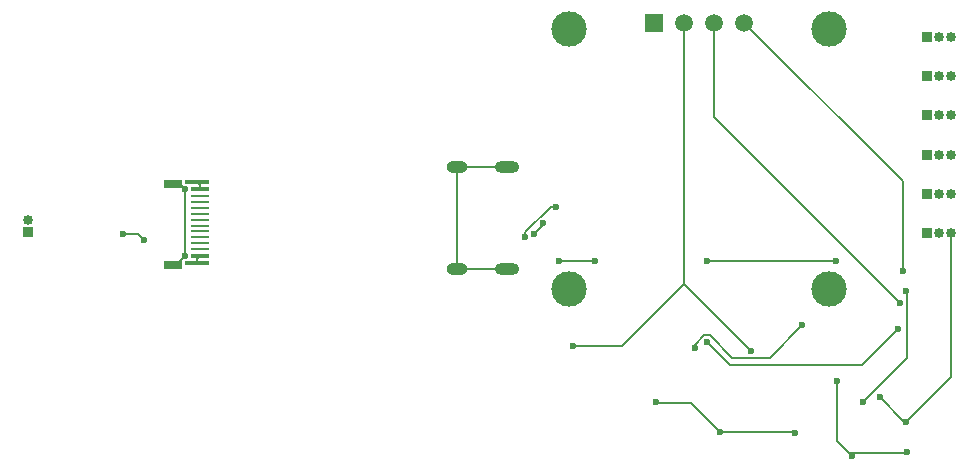
<source format=gbr>
%TF.GenerationSoftware,KiCad,Pcbnew,9.0.3*%
%TF.CreationDate,2025-07-28T19:10:52+02:00*%
%TF.ProjectId,hermes,6865726d-6573-42e6-9b69-6361645f7063,rev?*%
%TF.SameCoordinates,Original*%
%TF.FileFunction,Copper,L2,Bot*%
%TF.FilePolarity,Positive*%
%FSLAX46Y46*%
G04 Gerber Fmt 4.6, Leading zero omitted, Abs format (unit mm)*
G04 Created by KiCad (PCBNEW 9.0.3) date 2025-07-28 19:10:52*
%MOMM*%
%LPD*%
G01*
G04 APERTURE LIST*
%TA.AperFunction,ComponentPad*%
%ADD10R,1.508000X1.508000*%
%TD*%
%TA.AperFunction,ComponentPad*%
%ADD11C,1.508000*%
%TD*%
%TA.AperFunction,ComponentPad*%
%ADD12C,3.000000*%
%TD*%
%TA.AperFunction,ComponentPad*%
%ADD13R,0.850000X0.850000*%
%TD*%
%TA.AperFunction,ComponentPad*%
%ADD14C,0.850000*%
%TD*%
%TA.AperFunction,HeatsinkPad*%
%ADD15O,2.100000X1.000000*%
%TD*%
%TA.AperFunction,HeatsinkPad*%
%ADD16O,1.800000X1.000000*%
%TD*%
%TA.AperFunction,SMDPad,CuDef*%
%ADD17R,1.550000X0.410000*%
%TD*%
%TA.AperFunction,SMDPad,CuDef*%
%ADD18R,1.550000X0.260000*%
%TD*%
%TA.AperFunction,SMDPad,CuDef*%
%ADD19R,1.500000X0.800000*%
%TD*%
%TA.AperFunction,SMDPad,CuDef*%
%ADD20R,2.050000X0.360000*%
%TD*%
%TA.AperFunction,SMDPad,CuDef*%
%ADD21R,1.500000X0.700000*%
%TD*%
%TA.AperFunction,ViaPad*%
%ADD22C,0.600000*%
%TD*%
%TA.AperFunction,Conductor*%
%ADD23C,0.150000*%
%TD*%
G04 APERTURE END LIST*
D10*
%TO.P,U3,1,GND*%
%TO.N,GND*%
X159080000Y-89152500D03*
D11*
%TO.P,U3,2,VCC_IN*%
%TO.N,3V3*%
X161620000Y-89152500D03*
%TO.P,U3,3,SCL*%
%TO.N,SCL*%
X164160000Y-89152500D03*
%TO.P,U3,4,SDA*%
%TO.N,SDA*%
X166700000Y-89152500D03*
D12*
%TO.P,U3,S1*%
%TO.N,N/C*%
X151890000Y-89652500D03*
%TO.P,U3,S2*%
X173890000Y-89652500D03*
%TO.P,U3,S3*%
X173890000Y-111652500D03*
%TO.P,U3,S4*%
X151890000Y-111652500D03*
%TD*%
D13*
%TO.P,PWM6,1,Pin_1*%
%TO.N,PWM6*%
X182180000Y-90340000D03*
D14*
%TO.P,PWM6,2,Pin_2*%
%TO.N,5V*%
X183180000Y-90340000D03*
%TO.P,PWM6,3,Pin_3*%
%TO.N,GND*%
X184180000Y-90340000D03*
%TD*%
D13*
%TO.P,PWM5,1,Pin_1*%
%TO.N,PWM5*%
X182180000Y-93670000D03*
D14*
%TO.P,PWM5,2,Pin_2*%
%TO.N,5V*%
X183180000Y-93670000D03*
%TO.P,PWM5,3,Pin_3*%
%TO.N,GND*%
X184180000Y-93670000D03*
%TD*%
D13*
%TO.P,PWM4,1,Pin_1*%
%TO.N,PWM4*%
X182180000Y-97000000D03*
D14*
%TO.P,PWM4,2,Pin_2*%
%TO.N,5V*%
X183180000Y-97000000D03*
%TO.P,PWM4,3,Pin_3*%
%TO.N,GND*%
X184180000Y-97000000D03*
%TD*%
D13*
%TO.P,PWM1,1,Pin_1*%
%TO.N,PWM1*%
X182180000Y-106990000D03*
D14*
%TO.P,PWM1,2,Pin_2*%
%TO.N,5V*%
X183180000Y-106990000D03*
%TO.P,PWM1,3,Pin_3*%
%TO.N,GND*%
X184180000Y-106990000D03*
%TD*%
D13*
%TO.P,PWM3,1,Pin_1*%
%TO.N,PWM3*%
X182180000Y-100330000D03*
D14*
%TO.P,PWM3,2,Pin_2*%
%TO.N,5V*%
X183180000Y-100330000D03*
%TO.P,PWM3,3,Pin_3*%
%TO.N,GND*%
X184180000Y-100330000D03*
%TD*%
D15*
%TO.P,J1,S1,SHIELD*%
%TO.N,GND*%
X146585000Y-101350000D03*
D16*
X142405000Y-101350000D03*
D15*
X146585000Y-109990000D03*
D16*
X142405000Y-109990000D03*
%TD*%
D13*
%TO.P,PWM2,1,Pin_1*%
%TO.N,PWM2*%
X182180000Y-103660000D03*
D14*
%TO.P,PWM2,2,Pin_2*%
%TO.N,5V*%
X183180000Y-103660000D03*
%TO.P,PWM2,3,Pin_3*%
%TO.N,GND*%
X184180000Y-103660000D03*
%TD*%
%TO.P,12VBattery1,2,Pin_2*%
%TO.N,GND*%
X106090000Y-105860000D03*
D13*
%TO.P,12VBattery1,1,Pin_1*%
%TO.N,12V*%
X106090000Y-106860000D03*
%TD*%
D17*
%TO.P,P1,B1,GND*%
%TO.N,GND*%
X120647517Y-108895452D03*
D18*
%TO.P,P1,B2*%
%TO.N,N/C*%
X120647517Y-108320452D03*
%TO.P,P1,B3*%
X120647517Y-107820452D03*
%TO.P,P1,B4,VBUS*%
%TO.N,VBUS*%
X120647517Y-107320452D03*
%TO.P,P1,B5,VCONN*%
%TO.N,unconnected-(P1-VCONN-PadB5)*%
X120647517Y-106820452D03*
%TO.P,P1,B6*%
%TO.N,N/C*%
X120647517Y-106320452D03*
%TO.P,P1,B7*%
X120647517Y-105820452D03*
%TO.P,P1,B8*%
X120647517Y-105320452D03*
%TO.P,P1,B9,VBUS*%
%TO.N,VBUS*%
X120647517Y-104820452D03*
%TO.P,P1,B10*%
%TO.N,N/C*%
X120647517Y-104320452D03*
%TO.P,P1,B11*%
X120647517Y-103820452D03*
D17*
%TO.P,P1,B12,GND*%
%TO.N,GND*%
X120647517Y-103245452D03*
D19*
%TO.P,P1,S1,SHIELD*%
X118327517Y-109695452D03*
D20*
X120397517Y-109475452D03*
D21*
X118327517Y-102800452D03*
D20*
X120397517Y-102665452D03*
%TD*%
D22*
%TO.N,Net-(J1-CC2)*%
X148140397Y-107311007D03*
X150730000Y-104720000D03*
%TO.N,5V*%
X174470000Y-109350000D03*
%TO.N,3V3*%
X175840000Y-125850000D03*
%TO.N,5V*%
X154060000Y-109340000D03*
%TO.N,Net-(U5-GPIO7)*%
X179710000Y-115080000D03*
%TO.N,GND*%
X164660000Y-123820000D03*
X171000000Y-123890000D03*
%TO.N,Net-(U5-GPIO7)*%
X163535000Y-116200000D03*
%TO.N,3V3*%
X152210000Y-116520000D03*
%TO.N,USB_D-*%
X148900000Y-107060000D03*
X149701159Y-106138841D03*
%TO.N,Net-(U5-GPIO8)*%
X162530000Y-116720000D03*
%TO.N,3V3*%
X174590000Y-119510000D03*
%TO.N,Net-(U5-GPIO8)*%
X171590000Y-114780000D03*
%TO.N,3V3*%
X167310000Y-116940000D03*
%TO.N,5V*%
X150990000Y-109330000D03*
%TO.N,SDA*%
X180410000Y-111860000D03*
%TO.N,GND*%
X180374117Y-122925096D03*
X178198557Y-120875000D03*
X159260000Y-121240000D03*
%TO.N,SDA*%
X176730000Y-121275000D03*
X180120000Y-110180000D03*
%TO.N,SCL*%
X179910000Y-112840000D03*
%TO.N,3V3*%
X180500000Y-125520000D03*
%TO.N,5V*%
X163535000Y-109350000D03*
%TO.N,VBUS*%
X115920000Y-107560000D03*
%TO.N,GND*%
X119365000Y-108901200D03*
X119381654Y-103252146D03*
%TO.N,VBUS*%
X114125000Y-107030000D03*
%TD*%
D23*
%TO.N,SCL*%
X164160000Y-97090000D02*
X179910000Y-112840000D01*
%TO.N,3V3*%
X161620000Y-89152500D02*
X161620000Y-111250000D01*
X161620000Y-111250000D02*
X167310000Y-116940000D01*
%TO.N,GND*%
X162200000Y-121360000D02*
X164660000Y-123820000D01*
X142405000Y-109990000D02*
X142405000Y-101350000D01*
X146585000Y-109990000D02*
X142405000Y-109990000D01*
%TO.N,USB_D-*%
X149701159Y-106258841D02*
X148900000Y-107060000D01*
%TO.N,Net-(U5-GPIO8)*%
X163296412Y-115624000D02*
X162530000Y-116390412D01*
%TO.N,GND*%
X142405000Y-101350000D02*
X146585000Y-101350000D01*
%TO.N,Net-(U5-GPIO8)*%
X163773588Y-115624000D02*
X163296412Y-115624000D01*
%TO.N,USB_D-*%
X149701159Y-106138841D02*
X149701159Y-106258841D01*
%TO.N,GND*%
X159260000Y-121240000D02*
X159380000Y-121360000D01*
%TO.N,Net-(U5-GPIO8)*%
X168854000Y-117516000D02*
X165665588Y-117516000D01*
X162530000Y-116390412D02*
X162530000Y-116720000D01*
X171590000Y-114780000D02*
X168854000Y-117516000D01*
%TO.N,Net-(J1-CC2)*%
X150305412Y-104720000D02*
X150730000Y-104720000D01*
X148140397Y-106885015D02*
X150305412Y-104720000D01*
%TO.N,Net-(U5-GPIO7)*%
X165481000Y-118146000D02*
X176644000Y-118146000D01*
%TO.N,Net-(U5-GPIO8)*%
X165665588Y-117516000D02*
X163773588Y-115624000D01*
%TO.N,3V3*%
X174590000Y-124600000D02*
X175540000Y-125550000D01*
%TO.N,GND*%
X159380000Y-121360000D02*
X162200000Y-121360000D01*
%TO.N,Net-(U5-GPIO7)*%
X176644000Y-118146000D02*
X179710000Y-115080000D01*
%TO.N,3V3*%
X174590000Y-119510000D02*
X174590000Y-124600000D01*
%TO.N,Net-(J1-CC2)*%
X148140397Y-107311007D02*
X148140397Y-106885015D01*
%TO.N,5V*%
X174470000Y-109350000D02*
X163535000Y-109350000D01*
X151000000Y-109340000D02*
X150990000Y-109330000D01*
%TO.N,GND*%
X184180000Y-106990000D02*
X184180000Y-119119213D01*
%TO.N,5V*%
X154060000Y-109340000D02*
X151000000Y-109340000D01*
%TO.N,3V3*%
X152210000Y-116520000D02*
X156350000Y-116520000D01*
X156350000Y-116520000D02*
X161620000Y-111250000D01*
X175540000Y-125550000D02*
X180470000Y-125550000D01*
%TO.N,SDA*%
X176730000Y-121275000D02*
X180486000Y-117519000D01*
%TO.N,GND*%
X184180000Y-119119213D02*
X180374117Y-122925096D01*
X178198557Y-120875000D02*
X180248653Y-122925096D01*
%TO.N,Net-(U5-GPIO7)*%
X163535000Y-116200000D02*
X165481000Y-118146000D01*
%TO.N,SDA*%
X180120000Y-102572500D02*
X166700000Y-89152500D01*
%TO.N,GND*%
X170930000Y-123820000D02*
X171000000Y-123890000D01*
%TO.N,SCL*%
X164160000Y-89152500D02*
X164160000Y-97090000D01*
%TO.N,3V3*%
X180470000Y-125550000D02*
X180500000Y-125520000D01*
%TO.N,SDA*%
X180486000Y-117519000D02*
X180486000Y-111936000D01*
X180120000Y-110180000D02*
X180120000Y-102572500D01*
%TO.N,3V3*%
X175540000Y-125550000D02*
X175840000Y-125850000D01*
%TO.N,SDA*%
X180486000Y-111936000D02*
X180410000Y-111860000D01*
%TO.N,GND*%
X180248653Y-122925096D02*
X180374117Y-122925096D01*
X164660000Y-123820000D02*
X170930000Y-123820000D01*
%TO.N,VBUS*%
X115390000Y-107030000D02*
X115920000Y-107560000D01*
X114125000Y-107030000D02*
X115390000Y-107030000D01*
%TO.N,GND*%
X120647517Y-108895452D02*
X120397517Y-109145452D01*
X120397517Y-109145452D02*
X120397517Y-109394452D01*
X119365000Y-108901200D02*
X119365000Y-103268800D01*
X118570748Y-109695452D02*
X119365000Y-108901200D01*
X118327517Y-109695452D02*
X118570748Y-109695452D01*
X120647517Y-103245452D02*
X120647517Y-102915452D01*
X120478517Y-102746452D02*
X120397517Y-102746452D01*
X119365000Y-103268800D02*
X119381654Y-103252146D01*
X118929960Y-102800452D02*
X119381654Y-103252146D01*
X120647517Y-102915452D02*
X120478517Y-102746452D01*
X118327517Y-102800452D02*
X118929960Y-102800452D01*
%TD*%
M02*

</source>
